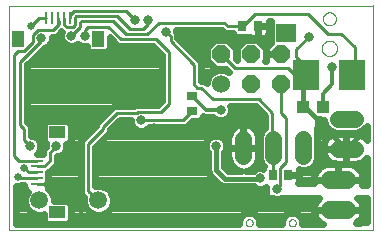
<source format=gbl>
G75*
%MOIN*%
%OFA0B0*%
%FSLAX25Y25*%
%IPPOS*%
%LPD*%
%AMOC8*
5,1,8,0,0,1.08239X$1,22.5*
%
%ADD10C,0.00000*%
%ADD11C,0.05600*%
%ADD12R,0.04331X0.03937*%
%ADD13R,0.02756X0.03543*%
%ADD14C,0.06000*%
%ADD15OC8,0.06000*%
%ADD16R,0.03543X0.02756*%
%ADD17R,0.03937X0.00984*%
%ADD18R,0.05276X0.03937*%
%ADD19C,0.05937*%
%ADD20R,0.00984X0.03937*%
%ADD21R,0.03937X0.05276*%
%ADD22R,0.08661X0.09843*%
%ADD23R,0.06693X0.06299*%
%ADD24C,0.05937*%
%ADD25C,0.03169*%
%ADD26C,0.02400*%
%ADD27C,0.01200*%
%ADD28C,0.01000*%
%ADD29C,0.01600*%
%ADD30C,0.02578*%
D10*
X0030649Y0017263D02*
X0030649Y0092177D01*
X0152011Y0092177D01*
X0152011Y0092208D01*
X0152011Y0092177D02*
X0152011Y0017263D01*
X0152011Y0017247D01*
X0152011Y0017263D02*
X0030649Y0017263D01*
X0109471Y0019767D02*
X0109473Y0019836D01*
X0109479Y0019904D01*
X0109489Y0019972D01*
X0109503Y0020039D01*
X0109521Y0020106D01*
X0109542Y0020171D01*
X0109568Y0020235D01*
X0109597Y0020297D01*
X0109629Y0020357D01*
X0109665Y0020416D01*
X0109705Y0020472D01*
X0109747Y0020526D01*
X0109793Y0020577D01*
X0109842Y0020626D01*
X0109893Y0020672D01*
X0109947Y0020714D01*
X0110003Y0020754D01*
X0110061Y0020790D01*
X0110122Y0020822D01*
X0110184Y0020851D01*
X0110248Y0020877D01*
X0110313Y0020898D01*
X0110380Y0020916D01*
X0110447Y0020930D01*
X0110515Y0020940D01*
X0110583Y0020946D01*
X0110652Y0020948D01*
X0110721Y0020946D01*
X0110789Y0020940D01*
X0110857Y0020930D01*
X0110924Y0020916D01*
X0110991Y0020898D01*
X0111056Y0020877D01*
X0111120Y0020851D01*
X0111182Y0020822D01*
X0111242Y0020790D01*
X0111301Y0020754D01*
X0111357Y0020714D01*
X0111411Y0020672D01*
X0111462Y0020626D01*
X0111511Y0020577D01*
X0111557Y0020526D01*
X0111599Y0020472D01*
X0111639Y0020416D01*
X0111675Y0020357D01*
X0111707Y0020297D01*
X0111736Y0020235D01*
X0111762Y0020171D01*
X0111783Y0020106D01*
X0111801Y0020039D01*
X0111815Y0019972D01*
X0111825Y0019904D01*
X0111831Y0019836D01*
X0111833Y0019767D01*
X0111831Y0019698D01*
X0111825Y0019630D01*
X0111815Y0019562D01*
X0111801Y0019495D01*
X0111783Y0019428D01*
X0111762Y0019363D01*
X0111736Y0019299D01*
X0111707Y0019237D01*
X0111675Y0019176D01*
X0111639Y0019118D01*
X0111599Y0019062D01*
X0111557Y0019008D01*
X0111511Y0018957D01*
X0111462Y0018908D01*
X0111411Y0018862D01*
X0111357Y0018820D01*
X0111301Y0018780D01*
X0111243Y0018744D01*
X0111182Y0018712D01*
X0111120Y0018683D01*
X0111056Y0018657D01*
X0110991Y0018636D01*
X0110924Y0018618D01*
X0110857Y0018604D01*
X0110789Y0018594D01*
X0110721Y0018588D01*
X0110652Y0018586D01*
X0110583Y0018588D01*
X0110515Y0018594D01*
X0110447Y0018604D01*
X0110380Y0018618D01*
X0110313Y0018636D01*
X0110248Y0018657D01*
X0110184Y0018683D01*
X0110122Y0018712D01*
X0110061Y0018744D01*
X0110003Y0018780D01*
X0109947Y0018820D01*
X0109893Y0018862D01*
X0109842Y0018908D01*
X0109793Y0018957D01*
X0109747Y0019008D01*
X0109705Y0019062D01*
X0109665Y0019118D01*
X0109629Y0019176D01*
X0109597Y0019237D01*
X0109568Y0019299D01*
X0109542Y0019363D01*
X0109521Y0019428D01*
X0109503Y0019495D01*
X0109489Y0019562D01*
X0109479Y0019630D01*
X0109473Y0019698D01*
X0109471Y0019767D01*
X0123842Y0019767D02*
X0123844Y0019836D01*
X0123850Y0019904D01*
X0123860Y0019972D01*
X0123874Y0020039D01*
X0123892Y0020106D01*
X0123913Y0020171D01*
X0123939Y0020235D01*
X0123968Y0020297D01*
X0124000Y0020357D01*
X0124036Y0020416D01*
X0124076Y0020472D01*
X0124118Y0020526D01*
X0124164Y0020577D01*
X0124213Y0020626D01*
X0124264Y0020672D01*
X0124318Y0020714D01*
X0124374Y0020754D01*
X0124432Y0020790D01*
X0124493Y0020822D01*
X0124555Y0020851D01*
X0124619Y0020877D01*
X0124684Y0020898D01*
X0124751Y0020916D01*
X0124818Y0020930D01*
X0124886Y0020940D01*
X0124954Y0020946D01*
X0125023Y0020948D01*
X0125092Y0020946D01*
X0125160Y0020940D01*
X0125228Y0020930D01*
X0125295Y0020916D01*
X0125362Y0020898D01*
X0125427Y0020877D01*
X0125491Y0020851D01*
X0125553Y0020822D01*
X0125613Y0020790D01*
X0125672Y0020754D01*
X0125728Y0020714D01*
X0125782Y0020672D01*
X0125833Y0020626D01*
X0125882Y0020577D01*
X0125928Y0020526D01*
X0125970Y0020472D01*
X0126010Y0020416D01*
X0126046Y0020357D01*
X0126078Y0020297D01*
X0126107Y0020235D01*
X0126133Y0020171D01*
X0126154Y0020106D01*
X0126172Y0020039D01*
X0126186Y0019972D01*
X0126196Y0019904D01*
X0126202Y0019836D01*
X0126204Y0019767D01*
X0126202Y0019698D01*
X0126196Y0019630D01*
X0126186Y0019562D01*
X0126172Y0019495D01*
X0126154Y0019428D01*
X0126133Y0019363D01*
X0126107Y0019299D01*
X0126078Y0019237D01*
X0126046Y0019176D01*
X0126010Y0019118D01*
X0125970Y0019062D01*
X0125928Y0019008D01*
X0125882Y0018957D01*
X0125833Y0018908D01*
X0125782Y0018862D01*
X0125728Y0018820D01*
X0125672Y0018780D01*
X0125614Y0018744D01*
X0125553Y0018712D01*
X0125491Y0018683D01*
X0125427Y0018657D01*
X0125362Y0018636D01*
X0125295Y0018618D01*
X0125228Y0018604D01*
X0125160Y0018594D01*
X0125092Y0018588D01*
X0125023Y0018586D01*
X0124954Y0018588D01*
X0124886Y0018594D01*
X0124818Y0018604D01*
X0124751Y0018618D01*
X0124684Y0018636D01*
X0124619Y0018657D01*
X0124555Y0018683D01*
X0124493Y0018712D01*
X0124432Y0018744D01*
X0124374Y0018780D01*
X0124318Y0018820D01*
X0124264Y0018862D01*
X0124213Y0018908D01*
X0124164Y0018957D01*
X0124118Y0019008D01*
X0124076Y0019062D01*
X0124036Y0019118D01*
X0124000Y0019176D01*
X0123968Y0019237D01*
X0123939Y0019299D01*
X0123913Y0019363D01*
X0123892Y0019428D01*
X0123874Y0019495D01*
X0123860Y0019562D01*
X0123850Y0019630D01*
X0123844Y0019698D01*
X0123842Y0019767D01*
X0134874Y0077905D02*
X0134876Y0078006D01*
X0134882Y0078107D01*
X0134892Y0078208D01*
X0134906Y0078308D01*
X0134924Y0078407D01*
X0134946Y0078506D01*
X0134971Y0078604D01*
X0135001Y0078701D01*
X0135034Y0078796D01*
X0135071Y0078890D01*
X0135112Y0078983D01*
X0135156Y0079074D01*
X0135204Y0079163D01*
X0135256Y0079250D01*
X0135311Y0079335D01*
X0135369Y0079417D01*
X0135430Y0079498D01*
X0135495Y0079576D01*
X0135562Y0079651D01*
X0135632Y0079723D01*
X0135706Y0079793D01*
X0135782Y0079860D01*
X0135860Y0079924D01*
X0135941Y0079984D01*
X0136024Y0080041D01*
X0136110Y0080095D01*
X0136198Y0080146D01*
X0136287Y0080193D01*
X0136378Y0080237D01*
X0136471Y0080276D01*
X0136566Y0080313D01*
X0136661Y0080345D01*
X0136758Y0080374D01*
X0136857Y0080398D01*
X0136955Y0080419D01*
X0137055Y0080436D01*
X0137155Y0080449D01*
X0137256Y0080458D01*
X0137357Y0080463D01*
X0137458Y0080464D01*
X0137559Y0080461D01*
X0137660Y0080454D01*
X0137761Y0080443D01*
X0137861Y0080428D01*
X0137960Y0080409D01*
X0138059Y0080386D01*
X0138156Y0080360D01*
X0138253Y0080329D01*
X0138348Y0080295D01*
X0138441Y0080257D01*
X0138534Y0080215D01*
X0138624Y0080170D01*
X0138713Y0080121D01*
X0138799Y0080069D01*
X0138883Y0080013D01*
X0138966Y0079954D01*
X0139045Y0079892D01*
X0139123Y0079827D01*
X0139197Y0079759D01*
X0139269Y0079687D01*
X0139338Y0079614D01*
X0139404Y0079537D01*
X0139467Y0079458D01*
X0139527Y0079376D01*
X0139583Y0079292D01*
X0139636Y0079206D01*
X0139686Y0079118D01*
X0139732Y0079028D01*
X0139775Y0078937D01*
X0139814Y0078843D01*
X0139849Y0078748D01*
X0139880Y0078652D01*
X0139908Y0078555D01*
X0139932Y0078457D01*
X0139952Y0078358D01*
X0139968Y0078258D01*
X0139980Y0078157D01*
X0139988Y0078057D01*
X0139992Y0077956D01*
X0139992Y0077854D01*
X0139988Y0077753D01*
X0139980Y0077653D01*
X0139968Y0077552D01*
X0139952Y0077452D01*
X0139932Y0077353D01*
X0139908Y0077255D01*
X0139880Y0077158D01*
X0139849Y0077062D01*
X0139814Y0076967D01*
X0139775Y0076873D01*
X0139732Y0076782D01*
X0139686Y0076692D01*
X0139636Y0076604D01*
X0139583Y0076518D01*
X0139527Y0076434D01*
X0139467Y0076352D01*
X0139404Y0076273D01*
X0139338Y0076196D01*
X0139269Y0076123D01*
X0139197Y0076051D01*
X0139123Y0075983D01*
X0139045Y0075918D01*
X0138966Y0075856D01*
X0138883Y0075797D01*
X0138799Y0075741D01*
X0138712Y0075689D01*
X0138624Y0075640D01*
X0138534Y0075595D01*
X0138441Y0075553D01*
X0138348Y0075515D01*
X0138253Y0075481D01*
X0138156Y0075450D01*
X0138059Y0075424D01*
X0137960Y0075401D01*
X0137861Y0075382D01*
X0137761Y0075367D01*
X0137660Y0075356D01*
X0137559Y0075349D01*
X0137458Y0075346D01*
X0137357Y0075347D01*
X0137256Y0075352D01*
X0137155Y0075361D01*
X0137055Y0075374D01*
X0136955Y0075391D01*
X0136857Y0075412D01*
X0136758Y0075436D01*
X0136661Y0075465D01*
X0136566Y0075497D01*
X0136471Y0075534D01*
X0136378Y0075573D01*
X0136287Y0075617D01*
X0136198Y0075664D01*
X0136110Y0075715D01*
X0136024Y0075769D01*
X0135941Y0075826D01*
X0135860Y0075886D01*
X0135782Y0075950D01*
X0135706Y0076017D01*
X0135632Y0076087D01*
X0135562Y0076159D01*
X0135495Y0076234D01*
X0135430Y0076312D01*
X0135369Y0076393D01*
X0135311Y0076475D01*
X0135256Y0076560D01*
X0135204Y0076647D01*
X0135156Y0076736D01*
X0135112Y0076827D01*
X0135071Y0076920D01*
X0135034Y0077014D01*
X0135001Y0077109D01*
X0134971Y0077206D01*
X0134946Y0077304D01*
X0134924Y0077403D01*
X0134906Y0077502D01*
X0134892Y0077602D01*
X0134882Y0077703D01*
X0134876Y0077804D01*
X0134874Y0077905D01*
X0135268Y0087747D02*
X0135270Y0087840D01*
X0135276Y0087932D01*
X0135286Y0088024D01*
X0135300Y0088115D01*
X0135317Y0088206D01*
X0135339Y0088296D01*
X0135364Y0088385D01*
X0135393Y0088473D01*
X0135426Y0088559D01*
X0135463Y0088644D01*
X0135503Y0088728D01*
X0135547Y0088809D01*
X0135594Y0088889D01*
X0135644Y0088967D01*
X0135698Y0089042D01*
X0135755Y0089115D01*
X0135815Y0089185D01*
X0135878Y0089253D01*
X0135944Y0089318D01*
X0136012Y0089380D01*
X0136083Y0089440D01*
X0136157Y0089496D01*
X0136233Y0089549D01*
X0136311Y0089598D01*
X0136391Y0089645D01*
X0136473Y0089687D01*
X0136557Y0089727D01*
X0136642Y0089762D01*
X0136729Y0089794D01*
X0136817Y0089823D01*
X0136906Y0089847D01*
X0136996Y0089868D01*
X0137087Y0089884D01*
X0137179Y0089897D01*
X0137271Y0089906D01*
X0137364Y0089911D01*
X0137456Y0089912D01*
X0137549Y0089909D01*
X0137641Y0089902D01*
X0137733Y0089891D01*
X0137824Y0089876D01*
X0137915Y0089858D01*
X0138005Y0089835D01*
X0138093Y0089809D01*
X0138181Y0089779D01*
X0138267Y0089745D01*
X0138351Y0089708D01*
X0138434Y0089666D01*
X0138515Y0089622D01*
X0138595Y0089574D01*
X0138672Y0089523D01*
X0138746Y0089468D01*
X0138819Y0089410D01*
X0138889Y0089350D01*
X0138956Y0089286D01*
X0139020Y0089220D01*
X0139082Y0089150D01*
X0139140Y0089079D01*
X0139195Y0089005D01*
X0139247Y0088928D01*
X0139296Y0088849D01*
X0139342Y0088769D01*
X0139384Y0088686D01*
X0139422Y0088602D01*
X0139457Y0088516D01*
X0139488Y0088429D01*
X0139515Y0088341D01*
X0139538Y0088251D01*
X0139558Y0088161D01*
X0139574Y0088070D01*
X0139586Y0087978D01*
X0139594Y0087886D01*
X0139598Y0087793D01*
X0139598Y0087701D01*
X0139594Y0087608D01*
X0139586Y0087516D01*
X0139574Y0087424D01*
X0139558Y0087333D01*
X0139538Y0087243D01*
X0139515Y0087153D01*
X0139488Y0087065D01*
X0139457Y0086978D01*
X0139422Y0086892D01*
X0139384Y0086808D01*
X0139342Y0086725D01*
X0139296Y0086645D01*
X0139247Y0086566D01*
X0139195Y0086489D01*
X0139140Y0086415D01*
X0139082Y0086344D01*
X0139020Y0086274D01*
X0138956Y0086208D01*
X0138889Y0086144D01*
X0138819Y0086084D01*
X0138746Y0086026D01*
X0138672Y0085971D01*
X0138595Y0085920D01*
X0138516Y0085872D01*
X0138434Y0085828D01*
X0138351Y0085786D01*
X0138267Y0085749D01*
X0138181Y0085715D01*
X0138093Y0085685D01*
X0138005Y0085659D01*
X0137915Y0085636D01*
X0137824Y0085618D01*
X0137733Y0085603D01*
X0137641Y0085592D01*
X0137549Y0085585D01*
X0137456Y0085582D01*
X0137364Y0085583D01*
X0137271Y0085588D01*
X0137179Y0085597D01*
X0137087Y0085610D01*
X0136996Y0085626D01*
X0136906Y0085647D01*
X0136817Y0085671D01*
X0136729Y0085700D01*
X0136642Y0085732D01*
X0136557Y0085767D01*
X0136473Y0085807D01*
X0136391Y0085849D01*
X0136311Y0085896D01*
X0136233Y0085945D01*
X0136157Y0085998D01*
X0136083Y0086054D01*
X0136012Y0086114D01*
X0135944Y0086176D01*
X0135878Y0086241D01*
X0135815Y0086309D01*
X0135755Y0086379D01*
X0135698Y0086452D01*
X0135644Y0086527D01*
X0135594Y0086605D01*
X0135547Y0086685D01*
X0135503Y0086766D01*
X0135463Y0086850D01*
X0135426Y0086935D01*
X0135393Y0087021D01*
X0135364Y0087109D01*
X0135339Y0087198D01*
X0135317Y0087288D01*
X0135300Y0087379D01*
X0135286Y0087470D01*
X0135276Y0087562D01*
X0135270Y0087654D01*
X0135268Y0087747D01*
D11*
X0140203Y0054464D02*
X0145803Y0054464D01*
X0145803Y0044464D02*
X0140203Y0044464D01*
X0128759Y0042054D02*
X0128759Y0047654D01*
X0118759Y0047654D02*
X0118759Y0042054D01*
X0108759Y0042054D02*
X0108759Y0047654D01*
D12*
X0128526Y0058499D03*
X0135219Y0058499D03*
D13*
X0123582Y0035732D03*
X0118463Y0035732D03*
X0113559Y0085239D03*
X0108441Y0085239D03*
D14*
X0101363Y0065948D03*
D15*
X0111363Y0065948D03*
X0121363Y0065948D03*
X0121363Y0075948D03*
X0111363Y0075948D03*
X0101363Y0075948D03*
D16*
X0091574Y0062090D03*
X0091574Y0056972D03*
D17*
X0039904Y0040515D03*
X0039904Y0038547D03*
X0039904Y0036578D03*
X0039904Y0034610D03*
X0039904Y0032641D03*
D18*
X0046696Y0023242D03*
X0046696Y0049915D03*
D19*
X0137463Y0034165D02*
X0143400Y0034165D01*
X0143400Y0024165D02*
X0137463Y0024165D01*
D20*
X0050963Y0087992D03*
X0048995Y0087992D03*
X0047026Y0087992D03*
X0045058Y0087992D03*
X0043089Y0087992D03*
D21*
X0033690Y0081200D03*
X0060363Y0081200D03*
D22*
X0129756Y0069047D03*
X0145110Y0069047D03*
D23*
X0123063Y0083023D03*
D24*
X0060436Y0027247D03*
X0040751Y0027247D03*
D25*
X0061818Y0041984D03*
X0046302Y0045279D03*
X0040046Y0049543D03*
X0037641Y0045436D03*
X0074633Y0053905D03*
X0078786Y0051314D03*
X0099633Y0045405D03*
X0101133Y0057405D03*
X0114318Y0034539D03*
X0120082Y0030948D03*
X0115400Y0020527D03*
X0083987Y0032610D03*
X0138196Y0071708D03*
X0130515Y0081736D03*
X0087133Y0081405D03*
X0082928Y0083535D03*
X0076971Y0087444D03*
X0072633Y0087405D03*
X0055790Y0082051D03*
X0051420Y0082090D03*
X0041420Y0081342D03*
D26*
X0044431Y0079766D02*
X0048958Y0079766D01*
X0048551Y0080173D02*
X0049503Y0079221D01*
X0050747Y0078706D01*
X0052093Y0078706D01*
X0053337Y0079221D01*
X0053586Y0079469D01*
X0053873Y0079182D01*
X0055117Y0078666D01*
X0056463Y0078666D01*
X0056595Y0078721D01*
X0056595Y0077817D01*
X0057649Y0076762D01*
X0063077Y0076762D01*
X0064132Y0077817D01*
X0064132Y0081559D01*
X0065588Y0080103D01*
X0066935Y0078755D01*
X0078628Y0078755D01*
X0081600Y0075783D01*
X0081600Y0060247D01*
X0080242Y0058889D01*
X0072568Y0058889D01*
X0072360Y0058681D01*
X0065558Y0058681D01*
X0064211Y0057334D01*
X0059671Y0052795D01*
X0059671Y0051980D01*
X0056058Y0048366D01*
X0054711Y0047019D01*
X0054711Y0031151D01*
X0054657Y0031090D01*
X0054711Y0030209D01*
X0054711Y0029326D01*
X0054768Y0029269D01*
X0054773Y0029188D01*
X0055434Y0028603D01*
X0055718Y0028319D01*
X0055667Y0028196D01*
X0055667Y0026299D01*
X0056393Y0024546D01*
X0057735Y0023205D01*
X0059487Y0022479D01*
X0061384Y0022479D01*
X0063137Y0023205D01*
X0064478Y0024546D01*
X0065204Y0026299D01*
X0065204Y0028196D01*
X0064478Y0029949D01*
X0063137Y0031290D01*
X0061384Y0032016D01*
X0059487Y0032016D01*
X0059311Y0031943D01*
X0059311Y0045114D01*
X0062924Y0048727D01*
X0064271Y0050074D01*
X0064271Y0050889D01*
X0067463Y0054081D01*
X0071249Y0054081D01*
X0071249Y0053232D01*
X0071764Y0051988D01*
X0072716Y0051036D01*
X0073960Y0050521D01*
X0075306Y0050521D01*
X0076550Y0051036D01*
X0077119Y0051605D01*
X0078533Y0051605D01*
X0078627Y0051699D01*
X0089553Y0051699D01*
X0090900Y0053046D01*
X0091648Y0053794D01*
X0094091Y0053794D01*
X0095145Y0054848D01*
X0095145Y0055268D01*
X0095781Y0055005D01*
X0098747Y0055005D01*
X0099216Y0054536D01*
X0100460Y0054021D01*
X0101806Y0054021D01*
X0103050Y0054536D01*
X0104002Y0055488D01*
X0104517Y0056732D01*
X0104517Y0058078D01*
X0104299Y0058605D01*
X0112912Y0058605D01*
X0116065Y0055452D01*
X0116065Y0051465D01*
X0114859Y0050259D01*
X0114159Y0048569D01*
X0114159Y0041139D01*
X0114859Y0039448D01*
X0115672Y0038635D01*
X0115286Y0038249D01*
X0115286Y0037801D01*
X0114991Y0037923D01*
X0113645Y0037923D01*
X0112401Y0037408D01*
X0112124Y0037131D01*
X0109639Y0037131D01*
X0109930Y0037177D01*
X0110678Y0037420D01*
X0111379Y0037777D01*
X0112016Y0038240D01*
X0112573Y0038796D01*
X0113035Y0039433D01*
X0113392Y0040134D01*
X0113636Y0040883D01*
X0113759Y0041660D01*
X0113759Y0044854D01*
X0113759Y0048047D01*
X0113636Y0048825D01*
X0113392Y0049573D01*
X0113035Y0050274D01*
X0112573Y0050911D01*
X0112016Y0051468D01*
X0111379Y0051930D01*
X0110678Y0052287D01*
X0109930Y0052531D01*
X0109152Y0052654D01*
X0108759Y0052654D01*
X0108759Y0044854D01*
X0108759Y0044854D01*
X0113759Y0044854D01*
X0108759Y0044854D01*
X0108759Y0044854D01*
X0108759Y0052654D01*
X0108365Y0052654D01*
X0107588Y0052531D01*
X0106839Y0052287D01*
X0106138Y0051930D01*
X0105501Y0051468D01*
X0104945Y0050911D01*
X0104482Y0050274D01*
X0104125Y0049573D01*
X0103882Y0048825D01*
X0103759Y0048047D01*
X0103759Y0044854D01*
X0108759Y0044854D01*
X0108759Y0044854D01*
X0103759Y0044854D01*
X0103759Y0041660D01*
X0103882Y0040883D01*
X0104125Y0040134D01*
X0104482Y0039433D01*
X0104945Y0038796D01*
X0105501Y0038240D01*
X0106138Y0037777D01*
X0106839Y0037420D01*
X0107588Y0037177D01*
X0107878Y0037131D01*
X0103560Y0037131D01*
X0102233Y0038458D01*
X0102233Y0043219D01*
X0102502Y0043488D01*
X0103017Y0044732D01*
X0103017Y0046078D01*
X0102502Y0047322D01*
X0101550Y0048274D01*
X0100306Y0048789D01*
X0098960Y0048789D01*
X0097716Y0048274D01*
X0096764Y0047322D01*
X0096249Y0046078D01*
X0096249Y0044732D01*
X0096764Y0043488D01*
X0097033Y0043219D01*
X0097033Y0036864D01*
X0097429Y0035909D01*
X0100279Y0033058D01*
X0101010Y0032327D01*
X0101966Y0031931D01*
X0112140Y0031931D01*
X0112401Y0031670D01*
X0113645Y0031155D01*
X0114991Y0031155D01*
X0116235Y0031670D01*
X0116289Y0031724D01*
X0116369Y0027943D01*
X0118458Y0027958D01*
X0119408Y0027564D01*
X0120755Y0027564D01*
X0121762Y0027981D01*
X0134059Y0028069D01*
X0133521Y0027532D01*
X0133043Y0026874D01*
X0132674Y0026149D01*
X0132422Y0025375D01*
X0132295Y0024572D01*
X0132295Y0024165D01*
X0140432Y0024165D01*
X0148569Y0024165D01*
X0148569Y0024572D01*
X0148442Y0025375D01*
X0148190Y0026149D01*
X0147821Y0026874D01*
X0147343Y0027532D01*
X0146768Y0028107D01*
X0146695Y0028160D01*
X0149811Y0028182D01*
X0149811Y0019996D01*
X0146161Y0019782D01*
X0146768Y0020222D01*
X0147343Y0020798D01*
X0147821Y0021456D01*
X0148190Y0022181D01*
X0148442Y0022955D01*
X0148569Y0023758D01*
X0148569Y0024165D01*
X0140432Y0024165D01*
X0140432Y0024165D01*
X0140432Y0024165D01*
X0132295Y0024165D01*
X0132295Y0023758D01*
X0132422Y0022955D01*
X0132674Y0022181D01*
X0133043Y0021456D01*
X0133521Y0020798D01*
X0134096Y0020222D01*
X0134755Y0019744D01*
X0135306Y0019463D01*
X0128404Y0019463D01*
X0128404Y0020440D01*
X0127889Y0021682D01*
X0126938Y0022634D01*
X0125695Y0023148D01*
X0124350Y0023148D01*
X0123107Y0022634D01*
X0122156Y0021682D01*
X0121641Y0020440D01*
X0121641Y0019463D01*
X0114034Y0019463D01*
X0114034Y0020440D01*
X0113519Y0021682D01*
X0112568Y0022634D01*
X0111325Y0023148D01*
X0109980Y0023148D01*
X0108737Y0022634D01*
X0107786Y0021682D01*
X0107271Y0020440D01*
X0107271Y0019463D01*
X0032849Y0019463D01*
X0032849Y0032146D01*
X0032932Y0032111D01*
X0034161Y0032111D01*
X0034640Y0032310D01*
X0035736Y0032310D01*
X0035736Y0031859D01*
X0035886Y0031300D01*
X0036175Y0030798D01*
X0036585Y0030389D01*
X0036942Y0030182D01*
X0036708Y0029949D01*
X0035982Y0028196D01*
X0035982Y0026299D01*
X0036708Y0024546D01*
X0038050Y0023205D01*
X0039802Y0022479D01*
X0041699Y0022479D01*
X0042258Y0022710D01*
X0042258Y0020527D01*
X0043312Y0019473D01*
X0050079Y0019473D01*
X0051134Y0020527D01*
X0051134Y0025956D01*
X0050079Y0027010D01*
X0045519Y0027010D01*
X0045519Y0028196D01*
X0044793Y0029949D01*
X0043747Y0030995D01*
X0043923Y0031300D01*
X0044073Y0031859D01*
X0044073Y0032641D01*
X0042942Y0032641D01*
X0042942Y0032641D01*
X0044073Y0032641D01*
X0044073Y0033423D01*
X0043923Y0033982D01*
X0043673Y0034416D01*
X0043673Y0036523D01*
X0045129Y0037979D01*
X0046476Y0039326D01*
X0046476Y0041895D01*
X0046975Y0041895D01*
X0048219Y0042410D01*
X0049171Y0043362D01*
X0049686Y0044606D01*
X0049686Y0045952D01*
X0049606Y0046146D01*
X0050079Y0046146D01*
X0051134Y0047201D01*
X0051134Y0052629D01*
X0050079Y0053683D01*
X0043312Y0053683D01*
X0042258Y0052629D01*
X0042258Y0047201D01*
X0043090Y0046368D01*
X0042918Y0045952D01*
X0042918Y0045147D01*
X0041876Y0044106D01*
X0041876Y0042807D01*
X0040865Y0042807D01*
X0040857Y0042815D01*
X0039805Y0042815D01*
X0040510Y0043519D01*
X0041025Y0044763D01*
X0041025Y0046110D01*
X0040510Y0047353D01*
X0039558Y0048305D01*
X0038314Y0048821D01*
X0037893Y0048821D01*
X0037893Y0052098D01*
X0036594Y0053397D01*
X0036594Y0072397D01*
X0042198Y0078001D01*
X0043337Y0078473D01*
X0044289Y0079425D01*
X0044804Y0080669D01*
X0044804Y0081726D01*
X0046120Y0081726D01*
X0047467Y0083074D01*
X0047936Y0083542D01*
X0048027Y0083451D01*
X0048235Y0083243D01*
X0048036Y0082763D01*
X0048036Y0081417D01*
X0048551Y0080173D01*
X0048036Y0082165D02*
X0046559Y0082165D01*
X0047467Y0083074D02*
X0047467Y0083074D01*
X0041565Y0077368D02*
X0057044Y0077368D01*
X0063682Y0077368D02*
X0080016Y0077368D01*
X0081600Y0074969D02*
X0039166Y0074969D01*
X0036768Y0072571D02*
X0081600Y0072571D01*
X0081600Y0070172D02*
X0036594Y0070172D01*
X0036594Y0067774D02*
X0081600Y0067774D01*
X0081600Y0065375D02*
X0036594Y0065375D01*
X0036594Y0062977D02*
X0081600Y0062977D01*
X0081600Y0060578D02*
X0036594Y0060578D01*
X0036594Y0058180D02*
X0065056Y0058180D01*
X0062658Y0055781D02*
X0036594Y0055781D01*
X0036609Y0053383D02*
X0043012Y0053383D01*
X0042258Y0050984D02*
X0037893Y0050984D01*
X0038881Y0048586D02*
X0042258Y0048586D01*
X0043015Y0046187D02*
X0040993Y0046187D01*
X0040621Y0043789D02*
X0041876Y0043789D01*
X0046476Y0041390D02*
X0054711Y0041390D01*
X0054711Y0038992D02*
X0046141Y0038992D01*
X0043743Y0036593D02*
X0054711Y0036593D01*
X0054711Y0034195D02*
X0043801Y0034195D01*
X0044056Y0031796D02*
X0054711Y0031796D01*
X0054711Y0029398D02*
X0045022Y0029398D01*
X0050090Y0026999D02*
X0055667Y0026999D01*
X0056371Y0024600D02*
X0051134Y0024600D01*
X0051134Y0022202D02*
X0108306Y0022202D01*
X0107271Y0019803D02*
X0050410Y0019803D01*
X0042982Y0019803D02*
X0032849Y0019803D01*
X0032849Y0022202D02*
X0042258Y0022202D01*
X0036686Y0024600D02*
X0032849Y0024600D01*
X0032849Y0026999D02*
X0035982Y0026999D01*
X0036480Y0029398D02*
X0032849Y0029398D01*
X0032849Y0031796D02*
X0035753Y0031796D01*
X0049348Y0043789D02*
X0054711Y0043789D01*
X0054711Y0046187D02*
X0050120Y0046187D01*
X0051134Y0048586D02*
X0056277Y0048586D01*
X0058676Y0050984D02*
X0051134Y0050984D01*
X0050380Y0053383D02*
X0060259Y0053383D01*
X0064366Y0050984D02*
X0072841Y0050984D01*
X0071249Y0053383D02*
X0066765Y0053383D01*
X0062783Y0048586D02*
X0098468Y0048586D01*
X0096294Y0046187D02*
X0060384Y0046187D01*
X0059311Y0043789D02*
X0096639Y0043789D01*
X0097033Y0041390D02*
X0059311Y0041390D01*
X0059311Y0038992D02*
X0097033Y0038992D01*
X0097145Y0036593D02*
X0059311Y0036593D01*
X0059311Y0034195D02*
X0099143Y0034195D01*
X0102233Y0038992D02*
X0104803Y0038992D01*
X0103802Y0041390D02*
X0102233Y0041390D01*
X0102626Y0043789D02*
X0103759Y0043789D01*
X0103759Y0046187D02*
X0102972Y0046187D01*
X0103844Y0048586D02*
X0100797Y0048586D01*
X0105018Y0050984D02*
X0076425Y0050984D01*
X0091237Y0053383D02*
X0116065Y0053383D01*
X0115736Y0055781D02*
X0104123Y0055781D01*
X0104475Y0058180D02*
X0113338Y0058180D01*
X0112499Y0050984D02*
X0115584Y0050984D01*
X0114166Y0048586D02*
X0113673Y0048586D01*
X0113759Y0046187D02*
X0114159Y0046187D01*
X0114159Y0043789D02*
X0113759Y0043789D01*
X0113716Y0041390D02*
X0114159Y0041390D01*
X0115316Y0038992D02*
X0112714Y0038992D01*
X0112275Y0031796D02*
X0061915Y0031796D01*
X0064707Y0029398D02*
X0116338Y0029398D01*
X0112999Y0022202D02*
X0122676Y0022202D01*
X0121641Y0019803D02*
X0114034Y0019803D01*
X0127369Y0022202D02*
X0132667Y0022202D01*
X0132300Y0024600D02*
X0064501Y0024600D01*
X0065204Y0026999D02*
X0133134Y0026999D01*
X0132445Y0032884D02*
X0126979Y0033058D01*
X0127010Y0033111D01*
X0127160Y0033670D01*
X0127160Y0035732D01*
X0127160Y0037737D01*
X0127844Y0037454D01*
X0129674Y0037454D01*
X0131364Y0038154D01*
X0132658Y0039448D01*
X0133359Y0041139D01*
X0133359Y0048569D01*
X0133228Y0048885D01*
X0133676Y0054338D01*
X0135603Y0054102D01*
X0135603Y0053549D01*
X0136303Y0051858D01*
X0137597Y0050564D01*
X0139288Y0049864D01*
X0146718Y0049864D01*
X0148409Y0050564D01*
X0149703Y0051858D01*
X0149811Y0052120D01*
X0149811Y0047454D01*
X0149617Y0047721D01*
X0149060Y0048278D01*
X0148423Y0048740D01*
X0147722Y0049098D01*
X0146974Y0049341D01*
X0146196Y0049464D01*
X0143003Y0049464D01*
X0143003Y0044464D01*
X0143003Y0039464D01*
X0146196Y0039464D01*
X0146974Y0039587D01*
X0147722Y0039830D01*
X0148423Y0040188D01*
X0149060Y0040650D01*
X0149617Y0041207D01*
X0149811Y0041474D01*
X0149811Y0032333D01*
X0148256Y0032382D01*
X0148442Y0032955D01*
X0148569Y0033758D01*
X0148569Y0034165D01*
X0148569Y0034572D01*
X0148442Y0035375D01*
X0148190Y0036149D01*
X0147821Y0036874D01*
X0147343Y0037532D01*
X0146768Y0038107D01*
X0146109Y0038585D01*
X0145385Y0038955D01*
X0144611Y0039206D01*
X0143807Y0039333D01*
X0140432Y0039333D01*
X0140432Y0034165D01*
X0140432Y0034165D01*
X0140432Y0039333D01*
X0137057Y0039333D01*
X0136253Y0039206D01*
X0135479Y0038955D01*
X0134755Y0038585D01*
X0134096Y0038107D01*
X0133521Y0037532D01*
X0133043Y0036874D01*
X0132674Y0036149D01*
X0132422Y0035375D01*
X0132295Y0034572D01*
X0132295Y0034165D01*
X0140432Y0034165D01*
X0148569Y0034165D01*
X0140432Y0034165D01*
X0140432Y0034165D01*
X0140432Y0034165D01*
X0132295Y0034165D01*
X0132295Y0033758D01*
X0132422Y0032955D01*
X0132445Y0032884D01*
X0132295Y0034195D02*
X0127160Y0034195D01*
X0127160Y0035732D02*
X0123582Y0035732D01*
X0127160Y0035732D01*
X0127160Y0036593D02*
X0132900Y0036593D01*
X0132202Y0038992D02*
X0135593Y0038992D01*
X0136946Y0040650D02*
X0137582Y0040188D01*
X0138284Y0039830D01*
X0139032Y0039587D01*
X0139809Y0039464D01*
X0143003Y0039464D01*
X0143003Y0044464D01*
X0143003Y0044464D01*
X0143003Y0044464D01*
X0143003Y0049464D01*
X0139809Y0049464D01*
X0139032Y0049341D01*
X0138284Y0049098D01*
X0137582Y0048740D01*
X0136946Y0048278D01*
X0136389Y0047721D01*
X0135926Y0047085D01*
X0135569Y0046383D01*
X0135326Y0045635D01*
X0135203Y0044858D01*
X0135203Y0044464D01*
X0135203Y0044070D01*
X0135326Y0043293D01*
X0135569Y0042545D01*
X0135926Y0041843D01*
X0136389Y0041207D01*
X0136946Y0040650D01*
X0136256Y0041390D02*
X0133359Y0041390D01*
X0133359Y0043789D02*
X0135248Y0043789D01*
X0135203Y0044464D02*
X0143003Y0044464D01*
X0143003Y0044464D01*
X0135203Y0044464D01*
X0135505Y0046187D02*
X0133359Y0046187D01*
X0133352Y0048586D02*
X0137369Y0048586D01*
X0137177Y0050984D02*
X0133400Y0050984D01*
X0133598Y0053383D02*
X0135672Y0053383D01*
X0143003Y0048586D02*
X0143003Y0048586D01*
X0143003Y0046187D02*
X0143003Y0046187D01*
X0143003Y0043789D02*
X0143003Y0043789D01*
X0143003Y0041390D02*
X0143003Y0041390D01*
X0145271Y0038992D02*
X0149811Y0038992D01*
X0149750Y0041390D02*
X0149811Y0041390D01*
X0149811Y0036593D02*
X0147964Y0036593D01*
X0148569Y0034195D02*
X0149811Y0034195D01*
X0149811Y0026999D02*
X0147730Y0026999D01*
X0148564Y0024600D02*
X0149811Y0024600D01*
X0149811Y0022202D02*
X0148197Y0022202D01*
X0146527Y0019803D02*
X0146191Y0019803D01*
X0134673Y0019803D02*
X0128404Y0019803D01*
X0140432Y0034195D02*
X0140432Y0034195D01*
X0140432Y0036593D02*
X0140432Y0036593D01*
X0140432Y0038992D02*
X0140432Y0038992D01*
X0148636Y0048586D02*
X0149811Y0048586D01*
X0149811Y0050984D02*
X0148828Y0050984D01*
X0123582Y0035732D02*
X0123582Y0035732D01*
X0108759Y0046187D02*
X0108759Y0046187D01*
X0108759Y0048586D02*
X0108759Y0048586D01*
X0108759Y0050984D02*
X0108759Y0050984D01*
X0096563Y0066228D02*
X0095685Y0067105D01*
X0094633Y0067105D01*
X0094633Y0073362D01*
X0086749Y0081246D01*
X0086749Y0082967D01*
X0086312Y0083403D01*
X0086312Y0084105D01*
X0101480Y0084105D01*
X0102580Y0083005D01*
X0105263Y0083005D01*
X0105263Y0082722D01*
X0106317Y0081667D01*
X0110564Y0081667D01*
X0110717Y0081820D01*
X0110830Y0081707D01*
X0111332Y0081417D01*
X0111891Y0081267D01*
X0113559Y0081267D01*
X0115226Y0081267D01*
X0115786Y0081417D01*
X0116288Y0081707D01*
X0116697Y0082116D01*
X0116987Y0082618D01*
X0117137Y0083178D01*
X0117137Y0085239D01*
X0117137Y0087034D01*
X0118032Y0087034D01*
X0117916Y0086918D01*
X0117916Y0079856D01*
X0116163Y0078102D01*
X0116163Y0075948D01*
X0116163Y0073794D01*
X0116352Y0073605D01*
X0115808Y0073605D01*
X0116163Y0073960D01*
X0116163Y0077936D01*
X0113351Y0080748D01*
X0109374Y0080748D01*
X0106563Y0077936D01*
X0106563Y0074001D01*
X0106163Y0074401D01*
X0106163Y0077936D01*
X0103351Y0080748D01*
X0099374Y0080748D01*
X0096563Y0077936D01*
X0096563Y0073960D01*
X0099374Y0071148D01*
X0102910Y0071148D01*
X0104012Y0070046D01*
X0102317Y0070748D01*
X0100408Y0070748D01*
X0098644Y0070017D01*
X0097293Y0068667D01*
X0096563Y0066903D01*
X0096563Y0066228D01*
X0096923Y0067774D02*
X0094633Y0067774D01*
X0094633Y0070172D02*
X0099017Y0070172D01*
X0097952Y0072571D02*
X0094633Y0072571D01*
X0093025Y0074969D02*
X0096563Y0074969D01*
X0096563Y0077368D02*
X0090627Y0077368D01*
X0088228Y0079766D02*
X0098392Y0079766D01*
X0104333Y0079766D02*
X0108392Y0079766D01*
X0106563Y0077368D02*
X0106163Y0077368D01*
X0106163Y0074969D02*
X0106563Y0074969D01*
X0103886Y0070172D02*
X0103708Y0070172D01*
X0116163Y0074969D02*
X0116163Y0074969D01*
X0116163Y0075948D02*
X0121363Y0075948D01*
X0121363Y0075948D01*
X0116163Y0075948D01*
X0116163Y0077368D02*
X0116163Y0077368D01*
X0117827Y0079766D02*
X0114333Y0079766D01*
X0113559Y0081267D02*
X0113559Y0085239D01*
X0117137Y0085239D01*
X0113559Y0085239D01*
X0113559Y0085239D01*
X0113559Y0085239D01*
X0113559Y0081267D01*
X0113559Y0082165D02*
X0113559Y0082165D01*
X0113559Y0084563D02*
X0113559Y0084563D01*
X0117137Y0084563D02*
X0117916Y0084563D01*
X0117960Y0086962D02*
X0117137Y0086962D01*
X0116725Y0082165D02*
X0117916Y0082165D01*
X0105820Y0082165D02*
X0086749Y0082165D01*
X0065924Y0079766D02*
X0064132Y0079766D01*
D27*
X0091574Y0062090D02*
X0096259Y0057405D01*
X0101133Y0057405D01*
X0135219Y0058499D02*
X0135219Y0062700D01*
X0138428Y0065909D01*
X0138428Y0071476D01*
X0138196Y0071708D01*
D28*
X0145110Y0069047D02*
X0145908Y0069845D01*
X0145908Y0078310D01*
X0141381Y0082838D01*
X0136893Y0082838D01*
X0130397Y0089334D01*
X0112759Y0089334D01*
X0108663Y0085239D01*
X0108441Y0085239D01*
X0108375Y0085305D01*
X0103533Y0085305D01*
X0102433Y0086405D01*
X0080460Y0086405D01*
X0076710Y0082655D01*
X0070167Y0082655D01*
X0070142Y0082681D01*
X0069767Y0082681D01*
X0065436Y0087011D01*
X0057089Y0087011D01*
X0057011Y0086933D01*
X0054688Y0086933D01*
X0054156Y0086400D01*
X0054156Y0084905D01*
X0051420Y0082169D01*
X0051420Y0082090D01*
X0051911Y0084923D02*
X0049808Y0084923D01*
X0048979Y0085751D01*
X0048979Y0087976D01*
X0048995Y0087992D01*
X0050963Y0087992D02*
X0050963Y0088956D01*
X0052444Y0090436D01*
X0069601Y0090436D01*
X0072633Y0087405D01*
X0070830Y0084255D02*
X0066460Y0088625D01*
X0055003Y0088625D01*
X0054934Y0088557D01*
X0052827Y0088557D01*
X0052563Y0088293D01*
X0052563Y0087329D01*
X0052556Y0087321D01*
X0052556Y0085567D01*
X0051911Y0084923D01*
X0055790Y0084019D02*
X0055790Y0082051D01*
X0055790Y0084019D02*
X0056971Y0085200D01*
X0063743Y0085200D01*
X0067888Y0081055D01*
X0079581Y0081055D01*
X0083900Y0076736D01*
X0083900Y0059295D01*
X0081195Y0056589D01*
X0073521Y0056589D01*
X0073313Y0056381D01*
X0066511Y0056381D01*
X0061971Y0051842D01*
X0061971Y0051027D01*
X0057011Y0046066D01*
X0057011Y0030279D01*
X0060436Y0027247D01*
X0054609Y0023468D02*
X0045436Y0032641D01*
X0044255Y0032641D01*
X0039904Y0032641D01*
X0039904Y0034610D02*
X0034137Y0034610D01*
X0033546Y0035200D01*
X0035666Y0038126D02*
X0037214Y0036578D01*
X0039904Y0036578D01*
X0039904Y0038547D02*
X0042444Y0038547D01*
X0044176Y0040279D01*
X0044176Y0043153D01*
X0046302Y0045279D01*
X0039904Y0040515D02*
X0033900Y0040515D01*
X0032365Y0042051D01*
X0032365Y0075849D01*
X0033631Y0077115D01*
X0035767Y0077115D01*
X0038736Y0080084D01*
X0038736Y0082454D01*
X0040308Y0084026D01*
X0045167Y0084026D01*
X0047145Y0086003D01*
X0047145Y0086397D01*
X0047026Y0087992D01*
X0043089Y0087992D02*
X0040471Y0087992D01*
X0037838Y0085358D01*
X0041420Y0081342D02*
X0041420Y0080476D01*
X0034294Y0073350D01*
X0034294Y0052444D01*
X0035593Y0051145D01*
X0035593Y0047484D01*
X0037641Y0045436D01*
X0044255Y0032641D02*
X0044452Y0032444D01*
X0074633Y0053905D02*
X0077581Y0053905D01*
X0077674Y0053999D01*
X0088600Y0053999D01*
X0091574Y0056972D01*
X0098633Y0060905D02*
X0094733Y0064805D01*
X0093433Y0064805D01*
X0092333Y0065905D01*
X0092333Y0072409D01*
X0084449Y0080293D01*
X0084449Y0082014D01*
X0082928Y0083535D01*
X0076971Y0086027D02*
X0076971Y0087444D01*
X0076971Y0086027D02*
X0075200Y0084255D01*
X0070830Y0084255D01*
X0098633Y0060905D02*
X0113865Y0060905D01*
X0118365Y0056405D01*
X0118365Y0045247D01*
X0118759Y0044854D01*
X0118759Y0036027D01*
X0118463Y0035732D01*
X0121104Y0037959D02*
X0121104Y0031970D01*
X0120082Y0030948D01*
X0121104Y0037959D02*
X0123074Y0039929D01*
X0123074Y0054688D01*
X0121363Y0056399D01*
X0121363Y0065948D01*
X0125593Y0069216D02*
X0129586Y0069216D01*
X0129756Y0069047D01*
X0129756Y0071707D02*
X0126420Y0075043D01*
X0126420Y0077641D01*
X0130515Y0081736D01*
X0123504Y0071305D02*
X0125593Y0069216D01*
X0123504Y0071305D02*
X0106006Y0071305D01*
X0101363Y0075948D01*
D29*
X0128526Y0067818D02*
X0128526Y0058940D01*
X0143003Y0044464D01*
X0149806Y0051267D01*
X0128526Y0058499D02*
X0128526Y0058940D01*
X0128526Y0067818D02*
X0129756Y0069047D01*
X0129756Y0071707D01*
X0099633Y0045405D02*
X0099633Y0037381D01*
X0102483Y0034531D01*
X0114310Y0034531D01*
X0114318Y0034539D01*
X0113599Y0034539D01*
D30*
X0037838Y0085358D03*
X0035666Y0038126D03*
X0033546Y0035200D03*
M02*

</source>
